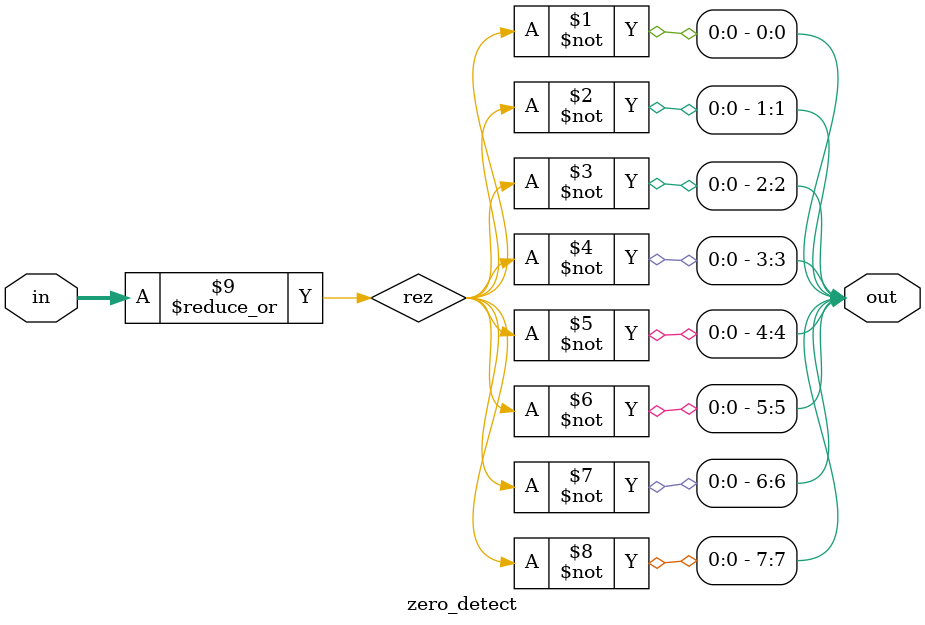
<source format=v>
module zero_detect(in, out);
  parameter WIDTH = 8;
  input [WIDTH-1:0] in;  
  output [WIDTH-1:0] out;  
  wor rez;  
  genvar g;
  assign rez = in[0];
  generate for(g = 1; g < WIDTH; g = g+1) begin : adsf  
    assign rez = in[g];
  end  endgenerate
  generate for(g = 0; g < WIDTH; g = g+1) begin : adsfjo
    assign out[g] = ~rez;
  end  endgenerate
endmodule
</source>
